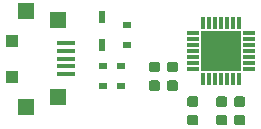
<source format=gbr>
G04 #@! TF.GenerationSoftware,KiCad,Pcbnew,(5.0.2)-1*
G04 #@! TF.CreationDate,2019-10-04T12:42:43+03:00*
G04 #@! TF.ProjectId,Micro-USB-UART,4d696372-6f2d-4555-9342-2d554152542e,rev?*
G04 #@! TF.SameCoordinates,Original*
G04 #@! TF.FileFunction,Paste,Top*
G04 #@! TF.FilePolarity,Positive*
%FSLAX46Y46*%
G04 Gerber Fmt 4.6, Leading zero omitted, Abs format (unit mm)*
G04 Created by KiCad (PCBNEW (5.0.2)-1) date 04.10.2019 12:42:43*
%MOMM*%
%LPD*%
G01*
G04 APERTURE LIST*
%ADD10C,0.100000*%
%ADD11C,0.875000*%
%ADD12R,0.500000X1.075000*%
%ADD13R,0.800000X0.600000*%
%ADD14R,1.000000X0.300000*%
%ADD15R,0.300000X1.000000*%
%ADD16R,3.350000X3.350000*%
%ADD17R,1.500000X0.400000*%
%ADD18R,1.400000X1.400000*%
%ADD19R,1.000000X1.000000*%
G04 APERTURE END LIST*
D10*
G04 #@! TO.C,C1*
G36*
X87653691Y-114422153D02*
X87674926Y-114425303D01*
X87695750Y-114430519D01*
X87715962Y-114437751D01*
X87735368Y-114446930D01*
X87753781Y-114457966D01*
X87771024Y-114470754D01*
X87786930Y-114485170D01*
X87801346Y-114501076D01*
X87814134Y-114518319D01*
X87825170Y-114536732D01*
X87834349Y-114556138D01*
X87841581Y-114576350D01*
X87846797Y-114597174D01*
X87849947Y-114618409D01*
X87851000Y-114639850D01*
X87851000Y-115077350D01*
X87849947Y-115098791D01*
X87846797Y-115120026D01*
X87841581Y-115140850D01*
X87834349Y-115161062D01*
X87825170Y-115180468D01*
X87814134Y-115198881D01*
X87801346Y-115216124D01*
X87786930Y-115232030D01*
X87771024Y-115246446D01*
X87753781Y-115259234D01*
X87735368Y-115270270D01*
X87715962Y-115279449D01*
X87695750Y-115286681D01*
X87674926Y-115291897D01*
X87653691Y-115295047D01*
X87632250Y-115296100D01*
X87119750Y-115296100D01*
X87098309Y-115295047D01*
X87077074Y-115291897D01*
X87056250Y-115286681D01*
X87036038Y-115279449D01*
X87016632Y-115270270D01*
X86998219Y-115259234D01*
X86980976Y-115246446D01*
X86965070Y-115232030D01*
X86950654Y-115216124D01*
X86937866Y-115198881D01*
X86926830Y-115180468D01*
X86917651Y-115161062D01*
X86910419Y-115140850D01*
X86905203Y-115120026D01*
X86902053Y-115098791D01*
X86901000Y-115077350D01*
X86901000Y-114639850D01*
X86902053Y-114618409D01*
X86905203Y-114597174D01*
X86910419Y-114576350D01*
X86917651Y-114556138D01*
X86926830Y-114536732D01*
X86937866Y-114518319D01*
X86950654Y-114501076D01*
X86965070Y-114485170D01*
X86980976Y-114470754D01*
X86998219Y-114457966D01*
X87016632Y-114446930D01*
X87036038Y-114437751D01*
X87056250Y-114430519D01*
X87077074Y-114425303D01*
X87098309Y-114422153D01*
X87119750Y-114421100D01*
X87632250Y-114421100D01*
X87653691Y-114422153D01*
X87653691Y-114422153D01*
G37*
D11*
X87376000Y-114858600D03*
D10*
G36*
X87653691Y-115997153D02*
X87674926Y-116000303D01*
X87695750Y-116005519D01*
X87715962Y-116012751D01*
X87735368Y-116021930D01*
X87753781Y-116032966D01*
X87771024Y-116045754D01*
X87786930Y-116060170D01*
X87801346Y-116076076D01*
X87814134Y-116093319D01*
X87825170Y-116111732D01*
X87834349Y-116131138D01*
X87841581Y-116151350D01*
X87846797Y-116172174D01*
X87849947Y-116193409D01*
X87851000Y-116214850D01*
X87851000Y-116652350D01*
X87849947Y-116673791D01*
X87846797Y-116695026D01*
X87841581Y-116715850D01*
X87834349Y-116736062D01*
X87825170Y-116755468D01*
X87814134Y-116773881D01*
X87801346Y-116791124D01*
X87786930Y-116807030D01*
X87771024Y-116821446D01*
X87753781Y-116834234D01*
X87735368Y-116845270D01*
X87715962Y-116854449D01*
X87695750Y-116861681D01*
X87674926Y-116866897D01*
X87653691Y-116870047D01*
X87632250Y-116871100D01*
X87119750Y-116871100D01*
X87098309Y-116870047D01*
X87077074Y-116866897D01*
X87056250Y-116861681D01*
X87036038Y-116854449D01*
X87016632Y-116845270D01*
X86998219Y-116834234D01*
X86980976Y-116821446D01*
X86965070Y-116807030D01*
X86950654Y-116791124D01*
X86937866Y-116773881D01*
X86926830Y-116755468D01*
X86917651Y-116736062D01*
X86910419Y-116715850D01*
X86905203Y-116695026D01*
X86902053Y-116673791D01*
X86901000Y-116652350D01*
X86901000Y-116214850D01*
X86902053Y-116193409D01*
X86905203Y-116172174D01*
X86910419Y-116151350D01*
X86917651Y-116131138D01*
X86926830Y-116111732D01*
X86937866Y-116093319D01*
X86950654Y-116076076D01*
X86965070Y-116060170D01*
X86980976Y-116045754D01*
X86998219Y-116032966D01*
X87016632Y-116021930D01*
X87036038Y-116012751D01*
X87056250Y-116005519D01*
X87077074Y-116000303D01*
X87098309Y-115997153D01*
X87119750Y-115996100D01*
X87632250Y-115996100D01*
X87653691Y-115997153D01*
X87653691Y-115997153D01*
G37*
D11*
X87376000Y-116433600D03*
G04 #@! TD*
D10*
G04 #@! TO.C,C2*
G36*
X86129691Y-115997153D02*
X86150926Y-116000303D01*
X86171750Y-116005519D01*
X86191962Y-116012751D01*
X86211368Y-116021930D01*
X86229781Y-116032966D01*
X86247024Y-116045754D01*
X86262930Y-116060170D01*
X86277346Y-116076076D01*
X86290134Y-116093319D01*
X86301170Y-116111732D01*
X86310349Y-116131138D01*
X86317581Y-116151350D01*
X86322797Y-116172174D01*
X86325947Y-116193409D01*
X86327000Y-116214850D01*
X86327000Y-116652350D01*
X86325947Y-116673791D01*
X86322797Y-116695026D01*
X86317581Y-116715850D01*
X86310349Y-116736062D01*
X86301170Y-116755468D01*
X86290134Y-116773881D01*
X86277346Y-116791124D01*
X86262930Y-116807030D01*
X86247024Y-116821446D01*
X86229781Y-116834234D01*
X86211368Y-116845270D01*
X86191962Y-116854449D01*
X86171750Y-116861681D01*
X86150926Y-116866897D01*
X86129691Y-116870047D01*
X86108250Y-116871100D01*
X85595750Y-116871100D01*
X85574309Y-116870047D01*
X85553074Y-116866897D01*
X85532250Y-116861681D01*
X85512038Y-116854449D01*
X85492632Y-116845270D01*
X85474219Y-116834234D01*
X85456976Y-116821446D01*
X85441070Y-116807030D01*
X85426654Y-116791124D01*
X85413866Y-116773881D01*
X85402830Y-116755468D01*
X85393651Y-116736062D01*
X85386419Y-116715850D01*
X85381203Y-116695026D01*
X85378053Y-116673791D01*
X85377000Y-116652350D01*
X85377000Y-116214850D01*
X85378053Y-116193409D01*
X85381203Y-116172174D01*
X85386419Y-116151350D01*
X85393651Y-116131138D01*
X85402830Y-116111732D01*
X85413866Y-116093319D01*
X85426654Y-116076076D01*
X85441070Y-116060170D01*
X85456976Y-116045754D01*
X85474219Y-116032966D01*
X85492632Y-116021930D01*
X85512038Y-116012751D01*
X85532250Y-116005519D01*
X85553074Y-116000303D01*
X85574309Y-115997153D01*
X85595750Y-115996100D01*
X86108250Y-115996100D01*
X86129691Y-115997153D01*
X86129691Y-115997153D01*
G37*
D11*
X85852000Y-116433600D03*
D10*
G36*
X86129691Y-114422153D02*
X86150926Y-114425303D01*
X86171750Y-114430519D01*
X86191962Y-114437751D01*
X86211368Y-114446930D01*
X86229781Y-114457966D01*
X86247024Y-114470754D01*
X86262930Y-114485170D01*
X86277346Y-114501076D01*
X86290134Y-114518319D01*
X86301170Y-114536732D01*
X86310349Y-114556138D01*
X86317581Y-114576350D01*
X86322797Y-114597174D01*
X86325947Y-114618409D01*
X86327000Y-114639850D01*
X86327000Y-115077350D01*
X86325947Y-115098791D01*
X86322797Y-115120026D01*
X86317581Y-115140850D01*
X86310349Y-115161062D01*
X86301170Y-115180468D01*
X86290134Y-115198881D01*
X86277346Y-115216124D01*
X86262930Y-115232030D01*
X86247024Y-115246446D01*
X86229781Y-115259234D01*
X86211368Y-115270270D01*
X86191962Y-115279449D01*
X86171750Y-115286681D01*
X86150926Y-115291897D01*
X86129691Y-115295047D01*
X86108250Y-115296100D01*
X85595750Y-115296100D01*
X85574309Y-115295047D01*
X85553074Y-115291897D01*
X85532250Y-115286681D01*
X85512038Y-115279449D01*
X85492632Y-115270270D01*
X85474219Y-115259234D01*
X85456976Y-115246446D01*
X85441070Y-115232030D01*
X85426654Y-115216124D01*
X85413866Y-115198881D01*
X85402830Y-115180468D01*
X85393651Y-115161062D01*
X85386419Y-115140850D01*
X85381203Y-115120026D01*
X85378053Y-115098791D01*
X85377000Y-115077350D01*
X85377000Y-114639850D01*
X85378053Y-114618409D01*
X85381203Y-114597174D01*
X85386419Y-114576350D01*
X85393651Y-114556138D01*
X85402830Y-114536732D01*
X85413866Y-114518319D01*
X85426654Y-114501076D01*
X85441070Y-114485170D01*
X85456976Y-114470754D01*
X85474219Y-114457966D01*
X85492632Y-114446930D01*
X85512038Y-114437751D01*
X85532250Y-114430519D01*
X85553074Y-114425303D01*
X85574309Y-114422153D01*
X85595750Y-114421100D01*
X86108250Y-114421100D01*
X86129691Y-114422153D01*
X86129691Y-114422153D01*
G37*
D11*
X85852000Y-114858600D03*
G04 #@! TD*
D12*
G04 #@! TO.C,D1*
X81407000Y-110661500D03*
X81407000Y-112985500D03*
G04 #@! TD*
D13*
G04 #@! TO.C,D2*
X83502500Y-112991000D03*
X83502500Y-111291000D03*
G04 #@! TD*
G04 #@! TO.C,D3*
X81534000Y-116466100D03*
X81534000Y-114766100D03*
G04 #@! TD*
G04 #@! TO.C,D4*
X82994500Y-114766100D03*
X82994500Y-116466100D03*
G04 #@! TD*
D14*
G04 #@! TO.C,IC1*
X89140800Y-111987200D03*
X89140800Y-112487200D03*
X89140800Y-112987200D03*
X89140800Y-113487200D03*
X89140800Y-113987200D03*
X89140800Y-114487200D03*
X89140800Y-114987200D03*
D15*
X89990800Y-115837200D03*
X90490800Y-115837200D03*
X90990800Y-115837200D03*
X91490800Y-115837200D03*
X91990800Y-115837200D03*
X92490800Y-115837200D03*
X92990800Y-115837200D03*
D14*
X93840800Y-114987200D03*
X93840800Y-114487200D03*
X93840800Y-113987200D03*
X93840800Y-113487200D03*
X93840800Y-112987200D03*
X93840800Y-112487200D03*
X93840800Y-111987200D03*
D15*
X92990800Y-111137200D03*
X92490800Y-111137200D03*
X91990800Y-111137200D03*
X91490800Y-111137200D03*
X90990800Y-111137200D03*
X90490800Y-111137200D03*
X89990800Y-111137200D03*
D16*
X91490800Y-113487200D03*
G04 #@! TD*
D10*
G04 #@! TO.C,R1*
G36*
X89380891Y-117343253D02*
X89402126Y-117346403D01*
X89422950Y-117351619D01*
X89443162Y-117358851D01*
X89462568Y-117368030D01*
X89480981Y-117379066D01*
X89498224Y-117391854D01*
X89514130Y-117406270D01*
X89528546Y-117422176D01*
X89541334Y-117439419D01*
X89552370Y-117457832D01*
X89561549Y-117477238D01*
X89568781Y-117497450D01*
X89573997Y-117518274D01*
X89577147Y-117539509D01*
X89578200Y-117560950D01*
X89578200Y-117998450D01*
X89577147Y-118019891D01*
X89573997Y-118041126D01*
X89568781Y-118061950D01*
X89561549Y-118082162D01*
X89552370Y-118101568D01*
X89541334Y-118119981D01*
X89528546Y-118137224D01*
X89514130Y-118153130D01*
X89498224Y-118167546D01*
X89480981Y-118180334D01*
X89462568Y-118191370D01*
X89443162Y-118200549D01*
X89422950Y-118207781D01*
X89402126Y-118212997D01*
X89380891Y-118216147D01*
X89359450Y-118217200D01*
X88846950Y-118217200D01*
X88825509Y-118216147D01*
X88804274Y-118212997D01*
X88783450Y-118207781D01*
X88763238Y-118200549D01*
X88743832Y-118191370D01*
X88725419Y-118180334D01*
X88708176Y-118167546D01*
X88692270Y-118153130D01*
X88677854Y-118137224D01*
X88665066Y-118119981D01*
X88654030Y-118101568D01*
X88644851Y-118082162D01*
X88637619Y-118061950D01*
X88632403Y-118041126D01*
X88629253Y-118019891D01*
X88628200Y-117998450D01*
X88628200Y-117560950D01*
X88629253Y-117539509D01*
X88632403Y-117518274D01*
X88637619Y-117497450D01*
X88644851Y-117477238D01*
X88654030Y-117457832D01*
X88665066Y-117439419D01*
X88677854Y-117422176D01*
X88692270Y-117406270D01*
X88708176Y-117391854D01*
X88725419Y-117379066D01*
X88743832Y-117368030D01*
X88763238Y-117358851D01*
X88783450Y-117351619D01*
X88804274Y-117346403D01*
X88825509Y-117343253D01*
X88846950Y-117342200D01*
X89359450Y-117342200D01*
X89380891Y-117343253D01*
X89380891Y-117343253D01*
G37*
D11*
X89103200Y-117779700D03*
D10*
G36*
X89380891Y-118918253D02*
X89402126Y-118921403D01*
X89422950Y-118926619D01*
X89443162Y-118933851D01*
X89462568Y-118943030D01*
X89480981Y-118954066D01*
X89498224Y-118966854D01*
X89514130Y-118981270D01*
X89528546Y-118997176D01*
X89541334Y-119014419D01*
X89552370Y-119032832D01*
X89561549Y-119052238D01*
X89568781Y-119072450D01*
X89573997Y-119093274D01*
X89577147Y-119114509D01*
X89578200Y-119135950D01*
X89578200Y-119573450D01*
X89577147Y-119594891D01*
X89573997Y-119616126D01*
X89568781Y-119636950D01*
X89561549Y-119657162D01*
X89552370Y-119676568D01*
X89541334Y-119694981D01*
X89528546Y-119712224D01*
X89514130Y-119728130D01*
X89498224Y-119742546D01*
X89480981Y-119755334D01*
X89462568Y-119766370D01*
X89443162Y-119775549D01*
X89422950Y-119782781D01*
X89402126Y-119787997D01*
X89380891Y-119791147D01*
X89359450Y-119792200D01*
X88846950Y-119792200D01*
X88825509Y-119791147D01*
X88804274Y-119787997D01*
X88783450Y-119782781D01*
X88763238Y-119775549D01*
X88743832Y-119766370D01*
X88725419Y-119755334D01*
X88708176Y-119742546D01*
X88692270Y-119728130D01*
X88677854Y-119712224D01*
X88665066Y-119694981D01*
X88654030Y-119676568D01*
X88644851Y-119657162D01*
X88637619Y-119636950D01*
X88632403Y-119616126D01*
X88629253Y-119594891D01*
X88628200Y-119573450D01*
X88628200Y-119135950D01*
X88629253Y-119114509D01*
X88632403Y-119093274D01*
X88637619Y-119072450D01*
X88644851Y-119052238D01*
X88654030Y-119032832D01*
X88665066Y-119014419D01*
X88677854Y-118997176D01*
X88692270Y-118981270D01*
X88708176Y-118966854D01*
X88725419Y-118954066D01*
X88743832Y-118943030D01*
X88763238Y-118933851D01*
X88783450Y-118926619D01*
X88804274Y-118921403D01*
X88825509Y-118918253D01*
X88846950Y-118917200D01*
X89359450Y-118917200D01*
X89380891Y-118918253D01*
X89380891Y-118918253D01*
G37*
D11*
X89103200Y-119354700D03*
G04 #@! TD*
D10*
G04 #@! TO.C,R2*
G36*
X93343291Y-117343253D02*
X93364526Y-117346403D01*
X93385350Y-117351619D01*
X93405562Y-117358851D01*
X93424968Y-117368030D01*
X93443381Y-117379066D01*
X93460624Y-117391854D01*
X93476530Y-117406270D01*
X93490946Y-117422176D01*
X93503734Y-117439419D01*
X93514770Y-117457832D01*
X93523949Y-117477238D01*
X93531181Y-117497450D01*
X93536397Y-117518274D01*
X93539547Y-117539509D01*
X93540600Y-117560950D01*
X93540600Y-117998450D01*
X93539547Y-118019891D01*
X93536397Y-118041126D01*
X93531181Y-118061950D01*
X93523949Y-118082162D01*
X93514770Y-118101568D01*
X93503734Y-118119981D01*
X93490946Y-118137224D01*
X93476530Y-118153130D01*
X93460624Y-118167546D01*
X93443381Y-118180334D01*
X93424968Y-118191370D01*
X93405562Y-118200549D01*
X93385350Y-118207781D01*
X93364526Y-118212997D01*
X93343291Y-118216147D01*
X93321850Y-118217200D01*
X92809350Y-118217200D01*
X92787909Y-118216147D01*
X92766674Y-118212997D01*
X92745850Y-118207781D01*
X92725638Y-118200549D01*
X92706232Y-118191370D01*
X92687819Y-118180334D01*
X92670576Y-118167546D01*
X92654670Y-118153130D01*
X92640254Y-118137224D01*
X92627466Y-118119981D01*
X92616430Y-118101568D01*
X92607251Y-118082162D01*
X92600019Y-118061950D01*
X92594803Y-118041126D01*
X92591653Y-118019891D01*
X92590600Y-117998450D01*
X92590600Y-117560950D01*
X92591653Y-117539509D01*
X92594803Y-117518274D01*
X92600019Y-117497450D01*
X92607251Y-117477238D01*
X92616430Y-117457832D01*
X92627466Y-117439419D01*
X92640254Y-117422176D01*
X92654670Y-117406270D01*
X92670576Y-117391854D01*
X92687819Y-117379066D01*
X92706232Y-117368030D01*
X92725638Y-117358851D01*
X92745850Y-117351619D01*
X92766674Y-117346403D01*
X92787909Y-117343253D01*
X92809350Y-117342200D01*
X93321850Y-117342200D01*
X93343291Y-117343253D01*
X93343291Y-117343253D01*
G37*
D11*
X93065600Y-117779700D03*
D10*
G36*
X93343291Y-118918253D02*
X93364526Y-118921403D01*
X93385350Y-118926619D01*
X93405562Y-118933851D01*
X93424968Y-118943030D01*
X93443381Y-118954066D01*
X93460624Y-118966854D01*
X93476530Y-118981270D01*
X93490946Y-118997176D01*
X93503734Y-119014419D01*
X93514770Y-119032832D01*
X93523949Y-119052238D01*
X93531181Y-119072450D01*
X93536397Y-119093274D01*
X93539547Y-119114509D01*
X93540600Y-119135950D01*
X93540600Y-119573450D01*
X93539547Y-119594891D01*
X93536397Y-119616126D01*
X93531181Y-119636950D01*
X93523949Y-119657162D01*
X93514770Y-119676568D01*
X93503734Y-119694981D01*
X93490946Y-119712224D01*
X93476530Y-119728130D01*
X93460624Y-119742546D01*
X93443381Y-119755334D01*
X93424968Y-119766370D01*
X93405562Y-119775549D01*
X93385350Y-119782781D01*
X93364526Y-119787997D01*
X93343291Y-119791147D01*
X93321850Y-119792200D01*
X92809350Y-119792200D01*
X92787909Y-119791147D01*
X92766674Y-119787997D01*
X92745850Y-119782781D01*
X92725638Y-119775549D01*
X92706232Y-119766370D01*
X92687819Y-119755334D01*
X92670576Y-119742546D01*
X92654670Y-119728130D01*
X92640254Y-119712224D01*
X92627466Y-119694981D01*
X92616430Y-119676568D01*
X92607251Y-119657162D01*
X92600019Y-119636950D01*
X92594803Y-119616126D01*
X92591653Y-119594891D01*
X92590600Y-119573450D01*
X92590600Y-119135950D01*
X92591653Y-119114509D01*
X92594803Y-119093274D01*
X92600019Y-119072450D01*
X92607251Y-119052238D01*
X92616430Y-119032832D01*
X92627466Y-119014419D01*
X92640254Y-118997176D01*
X92654670Y-118981270D01*
X92670576Y-118966854D01*
X92687819Y-118954066D01*
X92706232Y-118943030D01*
X92725638Y-118933851D01*
X92745850Y-118926619D01*
X92766674Y-118921403D01*
X92787909Y-118918253D01*
X92809350Y-118917200D01*
X93321850Y-118917200D01*
X93343291Y-118918253D01*
X93343291Y-118918253D01*
G37*
D11*
X93065600Y-119354700D03*
G04 #@! TD*
D10*
G04 #@! TO.C,R3*
G36*
X91819291Y-118918253D02*
X91840526Y-118921403D01*
X91861350Y-118926619D01*
X91881562Y-118933851D01*
X91900968Y-118943030D01*
X91919381Y-118954066D01*
X91936624Y-118966854D01*
X91952530Y-118981270D01*
X91966946Y-118997176D01*
X91979734Y-119014419D01*
X91990770Y-119032832D01*
X91999949Y-119052238D01*
X92007181Y-119072450D01*
X92012397Y-119093274D01*
X92015547Y-119114509D01*
X92016600Y-119135950D01*
X92016600Y-119573450D01*
X92015547Y-119594891D01*
X92012397Y-119616126D01*
X92007181Y-119636950D01*
X91999949Y-119657162D01*
X91990770Y-119676568D01*
X91979734Y-119694981D01*
X91966946Y-119712224D01*
X91952530Y-119728130D01*
X91936624Y-119742546D01*
X91919381Y-119755334D01*
X91900968Y-119766370D01*
X91881562Y-119775549D01*
X91861350Y-119782781D01*
X91840526Y-119787997D01*
X91819291Y-119791147D01*
X91797850Y-119792200D01*
X91285350Y-119792200D01*
X91263909Y-119791147D01*
X91242674Y-119787997D01*
X91221850Y-119782781D01*
X91201638Y-119775549D01*
X91182232Y-119766370D01*
X91163819Y-119755334D01*
X91146576Y-119742546D01*
X91130670Y-119728130D01*
X91116254Y-119712224D01*
X91103466Y-119694981D01*
X91092430Y-119676568D01*
X91083251Y-119657162D01*
X91076019Y-119636950D01*
X91070803Y-119616126D01*
X91067653Y-119594891D01*
X91066600Y-119573450D01*
X91066600Y-119135950D01*
X91067653Y-119114509D01*
X91070803Y-119093274D01*
X91076019Y-119072450D01*
X91083251Y-119052238D01*
X91092430Y-119032832D01*
X91103466Y-119014419D01*
X91116254Y-118997176D01*
X91130670Y-118981270D01*
X91146576Y-118966854D01*
X91163819Y-118954066D01*
X91182232Y-118943030D01*
X91201638Y-118933851D01*
X91221850Y-118926619D01*
X91242674Y-118921403D01*
X91263909Y-118918253D01*
X91285350Y-118917200D01*
X91797850Y-118917200D01*
X91819291Y-118918253D01*
X91819291Y-118918253D01*
G37*
D11*
X91541600Y-119354700D03*
D10*
G36*
X91819291Y-117343253D02*
X91840526Y-117346403D01*
X91861350Y-117351619D01*
X91881562Y-117358851D01*
X91900968Y-117368030D01*
X91919381Y-117379066D01*
X91936624Y-117391854D01*
X91952530Y-117406270D01*
X91966946Y-117422176D01*
X91979734Y-117439419D01*
X91990770Y-117457832D01*
X91999949Y-117477238D01*
X92007181Y-117497450D01*
X92012397Y-117518274D01*
X92015547Y-117539509D01*
X92016600Y-117560950D01*
X92016600Y-117998450D01*
X92015547Y-118019891D01*
X92012397Y-118041126D01*
X92007181Y-118061950D01*
X91999949Y-118082162D01*
X91990770Y-118101568D01*
X91979734Y-118119981D01*
X91966946Y-118137224D01*
X91952530Y-118153130D01*
X91936624Y-118167546D01*
X91919381Y-118180334D01*
X91900968Y-118191370D01*
X91881562Y-118200549D01*
X91861350Y-118207781D01*
X91840526Y-118212997D01*
X91819291Y-118216147D01*
X91797850Y-118217200D01*
X91285350Y-118217200D01*
X91263909Y-118216147D01*
X91242674Y-118212997D01*
X91221850Y-118207781D01*
X91201638Y-118200549D01*
X91182232Y-118191370D01*
X91163819Y-118180334D01*
X91146576Y-118167546D01*
X91130670Y-118153130D01*
X91116254Y-118137224D01*
X91103466Y-118119981D01*
X91092430Y-118101568D01*
X91083251Y-118082162D01*
X91076019Y-118061950D01*
X91070803Y-118041126D01*
X91067653Y-118019891D01*
X91066600Y-117998450D01*
X91066600Y-117560950D01*
X91067653Y-117539509D01*
X91070803Y-117518274D01*
X91076019Y-117497450D01*
X91083251Y-117477238D01*
X91092430Y-117457832D01*
X91103466Y-117439419D01*
X91116254Y-117422176D01*
X91130670Y-117406270D01*
X91146576Y-117391854D01*
X91163819Y-117379066D01*
X91182232Y-117368030D01*
X91201638Y-117358851D01*
X91221850Y-117351619D01*
X91242674Y-117346403D01*
X91263909Y-117343253D01*
X91285350Y-117342200D01*
X91797850Y-117342200D01*
X91819291Y-117343253D01*
X91819291Y-117343253D01*
G37*
D11*
X91541600Y-117779700D03*
G04 #@! TD*
D17*
G04 #@! TO.C,USB1*
X78408500Y-112853950D03*
X78408500Y-113503950D03*
X78408500Y-114153950D03*
X78408500Y-114803950D03*
X78408500Y-115453950D03*
D18*
X77708500Y-110903950D03*
X77708500Y-117403950D03*
X75008500Y-110103950D03*
X75008500Y-118203950D03*
D19*
X73808500Y-112653950D03*
X73808500Y-115678950D03*
G04 #@! TD*
M02*

</source>
